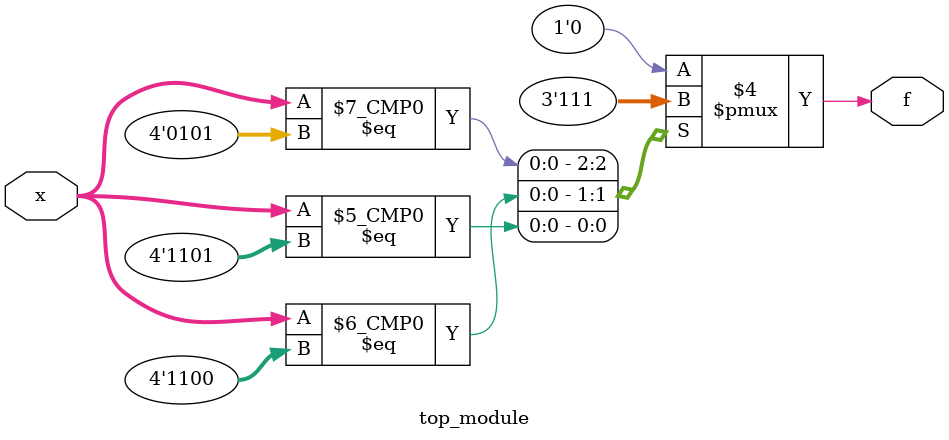
<source format=sv>
module top_module (
    input [4:1] x,
    output logic f
);

    always_comb begin
        case (x)
            4'b00xx: f = 1'b0;
            4'b0010: f = 1'b0;
            4'b0101: f = 1'b1;
            4'b0111: f = 1'b0;
            4'b1001: f = 1'b0;
            4'b1100: f = 1'b1;
            4'b1101: f = 1'b1;
            4'b1110: f = 1'b0;
            default: f = 1'b0;
        endcase
    end
endmodule

</source>
